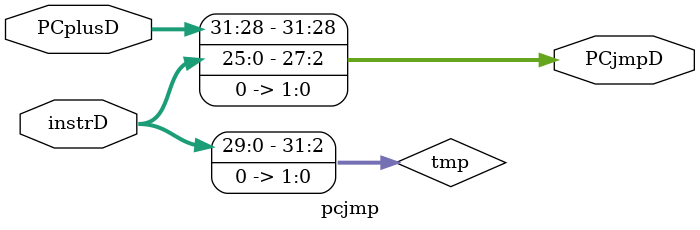
<source format=v>
`timescale 1ns / 1ps
module EXT(
        input[15:0] A,
        output reg[31:0] signextend,zeroextend,upperimm
    );
    reg[31:0] tmp;
    initial begin
        signextend = 0;
        zeroextend = 0;
        upperimm = 0;
    end
    always @(*) 
    begin
        signextend <= $signed(A);
        zeroextend <= {16'h0000,A};
        upperimm <= A << 16;
    end
endmodule

module pcbranch (
    input [31:0] signimmD,
    input[31:0] PCplusD,
    output reg[31:0] PCbranchD
);
    reg[31:0] signimmshiftD;
    always @(*) 
    begin
        PCbranchD <= 0;
        signimmshiftD <= signimmD << 2;
        PCbranchD <= signimmshiftD + PCplusD;
    end
endmodule

module pcjmp(
    input[31:0] PCplusD,
    input[31:0] instrD,
    output reg[31:0] PCjmpD
);
    reg[31:0] tmp;
    always @(*) 
    begin
        PCjmpD <= 0;
        tmp = instrD << 2;
        PCjmpD <= {PCplusD[31:28], tmp[27:0]};
    end
endmodule
    
</source>
